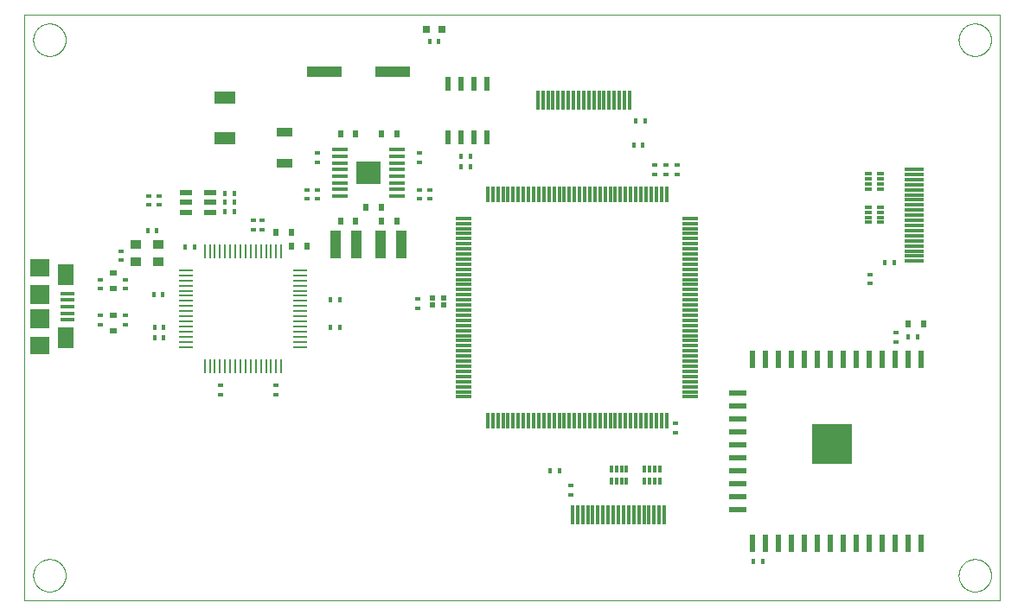
<source format=gtp>
G75*
%MOIN*%
%OFA0B0*%
%FSLAX25Y25*%
%IPPOS*%
%LPD*%
%AMOC8*
5,1,8,0,0,1.08239X$1,22.5*
%
%ADD10C,0.00000*%
%ADD11R,0.01181X0.07480*%
%ADD12R,0.01575X0.01969*%
%ADD13R,0.01181X0.02559*%
%ADD14R,0.05709X0.01063*%
%ADD15R,0.01063X0.05709*%
%ADD16R,0.05315X0.01575*%
%ADD17R,0.07480X0.07087*%
%ADD18R,0.07480X0.07480*%
%ADD19R,0.06299X0.08268*%
%ADD20R,0.03937X0.03543*%
%ADD21R,0.01969X0.01575*%
%ADD22R,0.05000X0.02200*%
%ADD23R,0.03150X0.01969*%
%ADD24R,0.01969X0.03150*%
%ADD25R,0.03150X0.03150*%
%ADD26R,0.06299X0.03346*%
%ADD27R,0.02362X0.01969*%
%ADD28R,0.13780X0.03937*%
%ADD29R,0.06299X0.01181*%
%ADD30R,0.01181X0.06299*%
%ADD31R,0.02165X0.05315*%
%ADD32R,0.08268X0.05000*%
%ADD33R,0.07480X0.01181*%
%ADD34R,0.02559X0.01181*%
%ADD35R,0.09685X0.09094*%
%ADD36R,0.03937X0.10630*%
%ADD37R,0.15748X0.15748*%
%ADD38R,0.02362X0.07087*%
%ADD39R,0.07087X0.02362*%
D10*
X0008730Y0046472D02*
X0008730Y0272457D01*
X0384715Y0272457D01*
X0384715Y0046472D01*
X0008730Y0046472D01*
X0012126Y0056118D02*
X0012128Y0056276D01*
X0012134Y0056433D01*
X0012144Y0056591D01*
X0012158Y0056748D01*
X0012176Y0056904D01*
X0012197Y0057061D01*
X0012223Y0057216D01*
X0012253Y0057371D01*
X0012286Y0057525D01*
X0012324Y0057678D01*
X0012365Y0057831D01*
X0012410Y0057982D01*
X0012459Y0058132D01*
X0012512Y0058280D01*
X0012568Y0058428D01*
X0012629Y0058573D01*
X0012692Y0058718D01*
X0012760Y0058860D01*
X0012831Y0059001D01*
X0012905Y0059140D01*
X0012983Y0059277D01*
X0013065Y0059412D01*
X0013149Y0059545D01*
X0013238Y0059676D01*
X0013329Y0059804D01*
X0013424Y0059931D01*
X0013521Y0060054D01*
X0013622Y0060176D01*
X0013726Y0060294D01*
X0013833Y0060410D01*
X0013943Y0060523D01*
X0014055Y0060634D01*
X0014171Y0060741D01*
X0014289Y0060846D01*
X0014409Y0060948D01*
X0014532Y0061046D01*
X0014658Y0061142D01*
X0014786Y0061234D01*
X0014916Y0061323D01*
X0015048Y0061409D01*
X0015183Y0061491D01*
X0015320Y0061570D01*
X0015458Y0061645D01*
X0015598Y0061717D01*
X0015741Y0061785D01*
X0015884Y0061850D01*
X0016030Y0061911D01*
X0016177Y0061968D01*
X0016325Y0062022D01*
X0016475Y0062072D01*
X0016625Y0062118D01*
X0016777Y0062160D01*
X0016930Y0062199D01*
X0017084Y0062233D01*
X0017239Y0062264D01*
X0017394Y0062290D01*
X0017550Y0062313D01*
X0017707Y0062332D01*
X0017864Y0062347D01*
X0018021Y0062358D01*
X0018179Y0062365D01*
X0018337Y0062368D01*
X0018494Y0062367D01*
X0018652Y0062362D01*
X0018809Y0062353D01*
X0018967Y0062340D01*
X0019123Y0062323D01*
X0019280Y0062302D01*
X0019435Y0062278D01*
X0019590Y0062249D01*
X0019745Y0062216D01*
X0019898Y0062180D01*
X0020051Y0062139D01*
X0020202Y0062095D01*
X0020352Y0062047D01*
X0020501Y0061996D01*
X0020649Y0061940D01*
X0020795Y0061881D01*
X0020940Y0061818D01*
X0021083Y0061751D01*
X0021224Y0061681D01*
X0021363Y0061608D01*
X0021501Y0061531D01*
X0021637Y0061450D01*
X0021770Y0061366D01*
X0021901Y0061279D01*
X0022030Y0061188D01*
X0022157Y0061094D01*
X0022282Y0060997D01*
X0022403Y0060897D01*
X0022523Y0060794D01*
X0022639Y0060688D01*
X0022753Y0060579D01*
X0022865Y0060467D01*
X0022973Y0060353D01*
X0023078Y0060235D01*
X0023181Y0060115D01*
X0023280Y0059993D01*
X0023376Y0059868D01*
X0023469Y0059740D01*
X0023559Y0059611D01*
X0023645Y0059479D01*
X0023729Y0059345D01*
X0023808Y0059209D01*
X0023885Y0059071D01*
X0023957Y0058931D01*
X0024026Y0058789D01*
X0024092Y0058646D01*
X0024154Y0058501D01*
X0024212Y0058354D01*
X0024267Y0058206D01*
X0024318Y0058057D01*
X0024365Y0057906D01*
X0024408Y0057755D01*
X0024447Y0057602D01*
X0024483Y0057448D01*
X0024514Y0057294D01*
X0024542Y0057139D01*
X0024566Y0056983D01*
X0024586Y0056826D01*
X0024602Y0056669D01*
X0024614Y0056512D01*
X0024622Y0056355D01*
X0024626Y0056197D01*
X0024626Y0056039D01*
X0024622Y0055881D01*
X0024614Y0055724D01*
X0024602Y0055567D01*
X0024586Y0055410D01*
X0024566Y0055253D01*
X0024542Y0055097D01*
X0024514Y0054942D01*
X0024483Y0054788D01*
X0024447Y0054634D01*
X0024408Y0054481D01*
X0024365Y0054330D01*
X0024318Y0054179D01*
X0024267Y0054030D01*
X0024212Y0053882D01*
X0024154Y0053735D01*
X0024092Y0053590D01*
X0024026Y0053447D01*
X0023957Y0053305D01*
X0023885Y0053165D01*
X0023808Y0053027D01*
X0023729Y0052891D01*
X0023645Y0052757D01*
X0023559Y0052625D01*
X0023469Y0052496D01*
X0023376Y0052368D01*
X0023280Y0052243D01*
X0023181Y0052121D01*
X0023078Y0052001D01*
X0022973Y0051883D01*
X0022865Y0051769D01*
X0022753Y0051657D01*
X0022639Y0051548D01*
X0022523Y0051442D01*
X0022403Y0051339D01*
X0022282Y0051239D01*
X0022157Y0051142D01*
X0022030Y0051048D01*
X0021901Y0050957D01*
X0021770Y0050870D01*
X0021637Y0050786D01*
X0021501Y0050705D01*
X0021363Y0050628D01*
X0021224Y0050555D01*
X0021083Y0050485D01*
X0020940Y0050418D01*
X0020795Y0050355D01*
X0020649Y0050296D01*
X0020501Y0050240D01*
X0020352Y0050189D01*
X0020202Y0050141D01*
X0020051Y0050097D01*
X0019898Y0050056D01*
X0019745Y0050020D01*
X0019590Y0049987D01*
X0019435Y0049958D01*
X0019280Y0049934D01*
X0019123Y0049913D01*
X0018967Y0049896D01*
X0018809Y0049883D01*
X0018652Y0049874D01*
X0018494Y0049869D01*
X0018337Y0049868D01*
X0018179Y0049871D01*
X0018021Y0049878D01*
X0017864Y0049889D01*
X0017707Y0049904D01*
X0017550Y0049923D01*
X0017394Y0049946D01*
X0017239Y0049972D01*
X0017084Y0050003D01*
X0016930Y0050037D01*
X0016777Y0050076D01*
X0016625Y0050118D01*
X0016475Y0050164D01*
X0016325Y0050214D01*
X0016177Y0050268D01*
X0016030Y0050325D01*
X0015884Y0050386D01*
X0015741Y0050451D01*
X0015598Y0050519D01*
X0015458Y0050591D01*
X0015320Y0050666D01*
X0015183Y0050745D01*
X0015048Y0050827D01*
X0014916Y0050913D01*
X0014786Y0051002D01*
X0014658Y0051094D01*
X0014532Y0051190D01*
X0014409Y0051288D01*
X0014289Y0051390D01*
X0014171Y0051495D01*
X0014055Y0051602D01*
X0013943Y0051713D01*
X0013833Y0051826D01*
X0013726Y0051942D01*
X0013622Y0052060D01*
X0013521Y0052182D01*
X0013424Y0052305D01*
X0013329Y0052432D01*
X0013238Y0052560D01*
X0013149Y0052691D01*
X0013065Y0052824D01*
X0012983Y0052959D01*
X0012905Y0053096D01*
X0012831Y0053235D01*
X0012760Y0053376D01*
X0012692Y0053518D01*
X0012629Y0053663D01*
X0012568Y0053808D01*
X0012512Y0053956D01*
X0012459Y0054104D01*
X0012410Y0054254D01*
X0012365Y0054405D01*
X0012324Y0054558D01*
X0012286Y0054711D01*
X0012253Y0054865D01*
X0012223Y0055020D01*
X0012197Y0055175D01*
X0012176Y0055332D01*
X0012158Y0055488D01*
X0012144Y0055645D01*
X0012134Y0055803D01*
X0012128Y0055960D01*
X0012126Y0056118D01*
X0012126Y0262811D02*
X0012128Y0262969D01*
X0012134Y0263126D01*
X0012144Y0263284D01*
X0012158Y0263441D01*
X0012176Y0263597D01*
X0012197Y0263754D01*
X0012223Y0263909D01*
X0012253Y0264064D01*
X0012286Y0264218D01*
X0012324Y0264371D01*
X0012365Y0264524D01*
X0012410Y0264675D01*
X0012459Y0264825D01*
X0012512Y0264973D01*
X0012568Y0265121D01*
X0012629Y0265266D01*
X0012692Y0265411D01*
X0012760Y0265553D01*
X0012831Y0265694D01*
X0012905Y0265833D01*
X0012983Y0265970D01*
X0013065Y0266105D01*
X0013149Y0266238D01*
X0013238Y0266369D01*
X0013329Y0266497D01*
X0013424Y0266624D01*
X0013521Y0266747D01*
X0013622Y0266869D01*
X0013726Y0266987D01*
X0013833Y0267103D01*
X0013943Y0267216D01*
X0014055Y0267327D01*
X0014171Y0267434D01*
X0014289Y0267539D01*
X0014409Y0267641D01*
X0014532Y0267739D01*
X0014658Y0267835D01*
X0014786Y0267927D01*
X0014916Y0268016D01*
X0015048Y0268102D01*
X0015183Y0268184D01*
X0015320Y0268263D01*
X0015458Y0268338D01*
X0015598Y0268410D01*
X0015741Y0268478D01*
X0015884Y0268543D01*
X0016030Y0268604D01*
X0016177Y0268661D01*
X0016325Y0268715D01*
X0016475Y0268765D01*
X0016625Y0268811D01*
X0016777Y0268853D01*
X0016930Y0268892D01*
X0017084Y0268926D01*
X0017239Y0268957D01*
X0017394Y0268983D01*
X0017550Y0269006D01*
X0017707Y0269025D01*
X0017864Y0269040D01*
X0018021Y0269051D01*
X0018179Y0269058D01*
X0018337Y0269061D01*
X0018494Y0269060D01*
X0018652Y0269055D01*
X0018809Y0269046D01*
X0018967Y0269033D01*
X0019123Y0269016D01*
X0019280Y0268995D01*
X0019435Y0268971D01*
X0019590Y0268942D01*
X0019745Y0268909D01*
X0019898Y0268873D01*
X0020051Y0268832D01*
X0020202Y0268788D01*
X0020352Y0268740D01*
X0020501Y0268689D01*
X0020649Y0268633D01*
X0020795Y0268574D01*
X0020940Y0268511D01*
X0021083Y0268444D01*
X0021224Y0268374D01*
X0021363Y0268301D01*
X0021501Y0268224D01*
X0021637Y0268143D01*
X0021770Y0268059D01*
X0021901Y0267972D01*
X0022030Y0267881D01*
X0022157Y0267787D01*
X0022282Y0267690D01*
X0022403Y0267590D01*
X0022523Y0267487D01*
X0022639Y0267381D01*
X0022753Y0267272D01*
X0022865Y0267160D01*
X0022973Y0267046D01*
X0023078Y0266928D01*
X0023181Y0266808D01*
X0023280Y0266686D01*
X0023376Y0266561D01*
X0023469Y0266433D01*
X0023559Y0266304D01*
X0023645Y0266172D01*
X0023729Y0266038D01*
X0023808Y0265902D01*
X0023885Y0265764D01*
X0023957Y0265624D01*
X0024026Y0265482D01*
X0024092Y0265339D01*
X0024154Y0265194D01*
X0024212Y0265047D01*
X0024267Y0264899D01*
X0024318Y0264750D01*
X0024365Y0264599D01*
X0024408Y0264448D01*
X0024447Y0264295D01*
X0024483Y0264141D01*
X0024514Y0263987D01*
X0024542Y0263832D01*
X0024566Y0263676D01*
X0024586Y0263519D01*
X0024602Y0263362D01*
X0024614Y0263205D01*
X0024622Y0263048D01*
X0024626Y0262890D01*
X0024626Y0262732D01*
X0024622Y0262574D01*
X0024614Y0262417D01*
X0024602Y0262260D01*
X0024586Y0262103D01*
X0024566Y0261946D01*
X0024542Y0261790D01*
X0024514Y0261635D01*
X0024483Y0261481D01*
X0024447Y0261327D01*
X0024408Y0261174D01*
X0024365Y0261023D01*
X0024318Y0260872D01*
X0024267Y0260723D01*
X0024212Y0260575D01*
X0024154Y0260428D01*
X0024092Y0260283D01*
X0024026Y0260140D01*
X0023957Y0259998D01*
X0023885Y0259858D01*
X0023808Y0259720D01*
X0023729Y0259584D01*
X0023645Y0259450D01*
X0023559Y0259318D01*
X0023469Y0259189D01*
X0023376Y0259061D01*
X0023280Y0258936D01*
X0023181Y0258814D01*
X0023078Y0258694D01*
X0022973Y0258576D01*
X0022865Y0258462D01*
X0022753Y0258350D01*
X0022639Y0258241D01*
X0022523Y0258135D01*
X0022403Y0258032D01*
X0022282Y0257932D01*
X0022157Y0257835D01*
X0022030Y0257741D01*
X0021901Y0257650D01*
X0021770Y0257563D01*
X0021637Y0257479D01*
X0021501Y0257398D01*
X0021363Y0257321D01*
X0021224Y0257248D01*
X0021083Y0257178D01*
X0020940Y0257111D01*
X0020795Y0257048D01*
X0020649Y0256989D01*
X0020501Y0256933D01*
X0020352Y0256882D01*
X0020202Y0256834D01*
X0020051Y0256790D01*
X0019898Y0256749D01*
X0019745Y0256713D01*
X0019590Y0256680D01*
X0019435Y0256651D01*
X0019280Y0256627D01*
X0019123Y0256606D01*
X0018967Y0256589D01*
X0018809Y0256576D01*
X0018652Y0256567D01*
X0018494Y0256562D01*
X0018337Y0256561D01*
X0018179Y0256564D01*
X0018021Y0256571D01*
X0017864Y0256582D01*
X0017707Y0256597D01*
X0017550Y0256616D01*
X0017394Y0256639D01*
X0017239Y0256665D01*
X0017084Y0256696D01*
X0016930Y0256730D01*
X0016777Y0256769D01*
X0016625Y0256811D01*
X0016475Y0256857D01*
X0016325Y0256907D01*
X0016177Y0256961D01*
X0016030Y0257018D01*
X0015884Y0257079D01*
X0015741Y0257144D01*
X0015598Y0257212D01*
X0015458Y0257284D01*
X0015320Y0257359D01*
X0015183Y0257438D01*
X0015048Y0257520D01*
X0014916Y0257606D01*
X0014786Y0257695D01*
X0014658Y0257787D01*
X0014532Y0257883D01*
X0014409Y0257981D01*
X0014289Y0258083D01*
X0014171Y0258188D01*
X0014055Y0258295D01*
X0013943Y0258406D01*
X0013833Y0258519D01*
X0013726Y0258635D01*
X0013622Y0258753D01*
X0013521Y0258875D01*
X0013424Y0258998D01*
X0013329Y0259125D01*
X0013238Y0259253D01*
X0013149Y0259384D01*
X0013065Y0259517D01*
X0012983Y0259652D01*
X0012905Y0259789D01*
X0012831Y0259928D01*
X0012760Y0260069D01*
X0012692Y0260211D01*
X0012629Y0260356D01*
X0012568Y0260501D01*
X0012512Y0260649D01*
X0012459Y0260797D01*
X0012410Y0260947D01*
X0012365Y0261098D01*
X0012324Y0261251D01*
X0012286Y0261404D01*
X0012253Y0261558D01*
X0012223Y0261713D01*
X0012197Y0261868D01*
X0012176Y0262025D01*
X0012158Y0262181D01*
X0012144Y0262338D01*
X0012134Y0262496D01*
X0012128Y0262653D01*
X0012126Y0262811D01*
X0368819Y0262811D02*
X0368821Y0262969D01*
X0368827Y0263126D01*
X0368837Y0263284D01*
X0368851Y0263441D01*
X0368869Y0263597D01*
X0368890Y0263754D01*
X0368916Y0263909D01*
X0368946Y0264064D01*
X0368979Y0264218D01*
X0369017Y0264371D01*
X0369058Y0264524D01*
X0369103Y0264675D01*
X0369152Y0264825D01*
X0369205Y0264973D01*
X0369261Y0265121D01*
X0369322Y0265266D01*
X0369385Y0265411D01*
X0369453Y0265553D01*
X0369524Y0265694D01*
X0369598Y0265833D01*
X0369676Y0265970D01*
X0369758Y0266105D01*
X0369842Y0266238D01*
X0369931Y0266369D01*
X0370022Y0266497D01*
X0370117Y0266624D01*
X0370214Y0266747D01*
X0370315Y0266869D01*
X0370419Y0266987D01*
X0370526Y0267103D01*
X0370636Y0267216D01*
X0370748Y0267327D01*
X0370864Y0267434D01*
X0370982Y0267539D01*
X0371102Y0267641D01*
X0371225Y0267739D01*
X0371351Y0267835D01*
X0371479Y0267927D01*
X0371609Y0268016D01*
X0371741Y0268102D01*
X0371876Y0268184D01*
X0372013Y0268263D01*
X0372151Y0268338D01*
X0372291Y0268410D01*
X0372434Y0268478D01*
X0372577Y0268543D01*
X0372723Y0268604D01*
X0372870Y0268661D01*
X0373018Y0268715D01*
X0373168Y0268765D01*
X0373318Y0268811D01*
X0373470Y0268853D01*
X0373623Y0268892D01*
X0373777Y0268926D01*
X0373932Y0268957D01*
X0374087Y0268983D01*
X0374243Y0269006D01*
X0374400Y0269025D01*
X0374557Y0269040D01*
X0374714Y0269051D01*
X0374872Y0269058D01*
X0375030Y0269061D01*
X0375187Y0269060D01*
X0375345Y0269055D01*
X0375502Y0269046D01*
X0375660Y0269033D01*
X0375816Y0269016D01*
X0375973Y0268995D01*
X0376128Y0268971D01*
X0376283Y0268942D01*
X0376438Y0268909D01*
X0376591Y0268873D01*
X0376744Y0268832D01*
X0376895Y0268788D01*
X0377045Y0268740D01*
X0377194Y0268689D01*
X0377342Y0268633D01*
X0377488Y0268574D01*
X0377633Y0268511D01*
X0377776Y0268444D01*
X0377917Y0268374D01*
X0378056Y0268301D01*
X0378194Y0268224D01*
X0378330Y0268143D01*
X0378463Y0268059D01*
X0378594Y0267972D01*
X0378723Y0267881D01*
X0378850Y0267787D01*
X0378975Y0267690D01*
X0379096Y0267590D01*
X0379216Y0267487D01*
X0379332Y0267381D01*
X0379446Y0267272D01*
X0379558Y0267160D01*
X0379666Y0267046D01*
X0379771Y0266928D01*
X0379874Y0266808D01*
X0379973Y0266686D01*
X0380069Y0266561D01*
X0380162Y0266433D01*
X0380252Y0266304D01*
X0380338Y0266172D01*
X0380422Y0266038D01*
X0380501Y0265902D01*
X0380578Y0265764D01*
X0380650Y0265624D01*
X0380719Y0265482D01*
X0380785Y0265339D01*
X0380847Y0265194D01*
X0380905Y0265047D01*
X0380960Y0264899D01*
X0381011Y0264750D01*
X0381058Y0264599D01*
X0381101Y0264448D01*
X0381140Y0264295D01*
X0381176Y0264141D01*
X0381207Y0263987D01*
X0381235Y0263832D01*
X0381259Y0263676D01*
X0381279Y0263519D01*
X0381295Y0263362D01*
X0381307Y0263205D01*
X0381315Y0263048D01*
X0381319Y0262890D01*
X0381319Y0262732D01*
X0381315Y0262574D01*
X0381307Y0262417D01*
X0381295Y0262260D01*
X0381279Y0262103D01*
X0381259Y0261946D01*
X0381235Y0261790D01*
X0381207Y0261635D01*
X0381176Y0261481D01*
X0381140Y0261327D01*
X0381101Y0261174D01*
X0381058Y0261023D01*
X0381011Y0260872D01*
X0380960Y0260723D01*
X0380905Y0260575D01*
X0380847Y0260428D01*
X0380785Y0260283D01*
X0380719Y0260140D01*
X0380650Y0259998D01*
X0380578Y0259858D01*
X0380501Y0259720D01*
X0380422Y0259584D01*
X0380338Y0259450D01*
X0380252Y0259318D01*
X0380162Y0259189D01*
X0380069Y0259061D01*
X0379973Y0258936D01*
X0379874Y0258814D01*
X0379771Y0258694D01*
X0379666Y0258576D01*
X0379558Y0258462D01*
X0379446Y0258350D01*
X0379332Y0258241D01*
X0379216Y0258135D01*
X0379096Y0258032D01*
X0378975Y0257932D01*
X0378850Y0257835D01*
X0378723Y0257741D01*
X0378594Y0257650D01*
X0378463Y0257563D01*
X0378330Y0257479D01*
X0378194Y0257398D01*
X0378056Y0257321D01*
X0377917Y0257248D01*
X0377776Y0257178D01*
X0377633Y0257111D01*
X0377488Y0257048D01*
X0377342Y0256989D01*
X0377194Y0256933D01*
X0377045Y0256882D01*
X0376895Y0256834D01*
X0376744Y0256790D01*
X0376591Y0256749D01*
X0376438Y0256713D01*
X0376283Y0256680D01*
X0376128Y0256651D01*
X0375973Y0256627D01*
X0375816Y0256606D01*
X0375660Y0256589D01*
X0375502Y0256576D01*
X0375345Y0256567D01*
X0375187Y0256562D01*
X0375030Y0256561D01*
X0374872Y0256564D01*
X0374714Y0256571D01*
X0374557Y0256582D01*
X0374400Y0256597D01*
X0374243Y0256616D01*
X0374087Y0256639D01*
X0373932Y0256665D01*
X0373777Y0256696D01*
X0373623Y0256730D01*
X0373470Y0256769D01*
X0373318Y0256811D01*
X0373168Y0256857D01*
X0373018Y0256907D01*
X0372870Y0256961D01*
X0372723Y0257018D01*
X0372577Y0257079D01*
X0372434Y0257144D01*
X0372291Y0257212D01*
X0372151Y0257284D01*
X0372013Y0257359D01*
X0371876Y0257438D01*
X0371741Y0257520D01*
X0371609Y0257606D01*
X0371479Y0257695D01*
X0371351Y0257787D01*
X0371225Y0257883D01*
X0371102Y0257981D01*
X0370982Y0258083D01*
X0370864Y0258188D01*
X0370748Y0258295D01*
X0370636Y0258406D01*
X0370526Y0258519D01*
X0370419Y0258635D01*
X0370315Y0258753D01*
X0370214Y0258875D01*
X0370117Y0258998D01*
X0370022Y0259125D01*
X0369931Y0259253D01*
X0369842Y0259384D01*
X0369758Y0259517D01*
X0369676Y0259652D01*
X0369598Y0259789D01*
X0369524Y0259928D01*
X0369453Y0260069D01*
X0369385Y0260211D01*
X0369322Y0260356D01*
X0369261Y0260501D01*
X0369205Y0260649D01*
X0369152Y0260797D01*
X0369103Y0260947D01*
X0369058Y0261098D01*
X0369017Y0261251D01*
X0368979Y0261404D01*
X0368946Y0261558D01*
X0368916Y0261713D01*
X0368890Y0261868D01*
X0368869Y0262025D01*
X0368851Y0262181D01*
X0368837Y0262338D01*
X0368827Y0262496D01*
X0368821Y0262653D01*
X0368819Y0262811D01*
X0368819Y0056118D02*
X0368821Y0056276D01*
X0368827Y0056433D01*
X0368837Y0056591D01*
X0368851Y0056748D01*
X0368869Y0056904D01*
X0368890Y0057061D01*
X0368916Y0057216D01*
X0368946Y0057371D01*
X0368979Y0057525D01*
X0369017Y0057678D01*
X0369058Y0057831D01*
X0369103Y0057982D01*
X0369152Y0058132D01*
X0369205Y0058280D01*
X0369261Y0058428D01*
X0369322Y0058573D01*
X0369385Y0058718D01*
X0369453Y0058860D01*
X0369524Y0059001D01*
X0369598Y0059140D01*
X0369676Y0059277D01*
X0369758Y0059412D01*
X0369842Y0059545D01*
X0369931Y0059676D01*
X0370022Y0059804D01*
X0370117Y0059931D01*
X0370214Y0060054D01*
X0370315Y0060176D01*
X0370419Y0060294D01*
X0370526Y0060410D01*
X0370636Y0060523D01*
X0370748Y0060634D01*
X0370864Y0060741D01*
X0370982Y0060846D01*
X0371102Y0060948D01*
X0371225Y0061046D01*
X0371351Y0061142D01*
X0371479Y0061234D01*
X0371609Y0061323D01*
X0371741Y0061409D01*
X0371876Y0061491D01*
X0372013Y0061570D01*
X0372151Y0061645D01*
X0372291Y0061717D01*
X0372434Y0061785D01*
X0372577Y0061850D01*
X0372723Y0061911D01*
X0372870Y0061968D01*
X0373018Y0062022D01*
X0373168Y0062072D01*
X0373318Y0062118D01*
X0373470Y0062160D01*
X0373623Y0062199D01*
X0373777Y0062233D01*
X0373932Y0062264D01*
X0374087Y0062290D01*
X0374243Y0062313D01*
X0374400Y0062332D01*
X0374557Y0062347D01*
X0374714Y0062358D01*
X0374872Y0062365D01*
X0375030Y0062368D01*
X0375187Y0062367D01*
X0375345Y0062362D01*
X0375502Y0062353D01*
X0375660Y0062340D01*
X0375816Y0062323D01*
X0375973Y0062302D01*
X0376128Y0062278D01*
X0376283Y0062249D01*
X0376438Y0062216D01*
X0376591Y0062180D01*
X0376744Y0062139D01*
X0376895Y0062095D01*
X0377045Y0062047D01*
X0377194Y0061996D01*
X0377342Y0061940D01*
X0377488Y0061881D01*
X0377633Y0061818D01*
X0377776Y0061751D01*
X0377917Y0061681D01*
X0378056Y0061608D01*
X0378194Y0061531D01*
X0378330Y0061450D01*
X0378463Y0061366D01*
X0378594Y0061279D01*
X0378723Y0061188D01*
X0378850Y0061094D01*
X0378975Y0060997D01*
X0379096Y0060897D01*
X0379216Y0060794D01*
X0379332Y0060688D01*
X0379446Y0060579D01*
X0379558Y0060467D01*
X0379666Y0060353D01*
X0379771Y0060235D01*
X0379874Y0060115D01*
X0379973Y0059993D01*
X0380069Y0059868D01*
X0380162Y0059740D01*
X0380252Y0059611D01*
X0380338Y0059479D01*
X0380422Y0059345D01*
X0380501Y0059209D01*
X0380578Y0059071D01*
X0380650Y0058931D01*
X0380719Y0058789D01*
X0380785Y0058646D01*
X0380847Y0058501D01*
X0380905Y0058354D01*
X0380960Y0058206D01*
X0381011Y0058057D01*
X0381058Y0057906D01*
X0381101Y0057755D01*
X0381140Y0057602D01*
X0381176Y0057448D01*
X0381207Y0057294D01*
X0381235Y0057139D01*
X0381259Y0056983D01*
X0381279Y0056826D01*
X0381295Y0056669D01*
X0381307Y0056512D01*
X0381315Y0056355D01*
X0381319Y0056197D01*
X0381319Y0056039D01*
X0381315Y0055881D01*
X0381307Y0055724D01*
X0381295Y0055567D01*
X0381279Y0055410D01*
X0381259Y0055253D01*
X0381235Y0055097D01*
X0381207Y0054942D01*
X0381176Y0054788D01*
X0381140Y0054634D01*
X0381101Y0054481D01*
X0381058Y0054330D01*
X0381011Y0054179D01*
X0380960Y0054030D01*
X0380905Y0053882D01*
X0380847Y0053735D01*
X0380785Y0053590D01*
X0380719Y0053447D01*
X0380650Y0053305D01*
X0380578Y0053165D01*
X0380501Y0053027D01*
X0380422Y0052891D01*
X0380338Y0052757D01*
X0380252Y0052625D01*
X0380162Y0052496D01*
X0380069Y0052368D01*
X0379973Y0052243D01*
X0379874Y0052121D01*
X0379771Y0052001D01*
X0379666Y0051883D01*
X0379558Y0051769D01*
X0379446Y0051657D01*
X0379332Y0051548D01*
X0379216Y0051442D01*
X0379096Y0051339D01*
X0378975Y0051239D01*
X0378850Y0051142D01*
X0378723Y0051048D01*
X0378594Y0050957D01*
X0378463Y0050870D01*
X0378330Y0050786D01*
X0378194Y0050705D01*
X0378056Y0050628D01*
X0377917Y0050555D01*
X0377776Y0050485D01*
X0377633Y0050418D01*
X0377488Y0050355D01*
X0377342Y0050296D01*
X0377194Y0050240D01*
X0377045Y0050189D01*
X0376895Y0050141D01*
X0376744Y0050097D01*
X0376591Y0050056D01*
X0376438Y0050020D01*
X0376283Y0049987D01*
X0376128Y0049958D01*
X0375973Y0049934D01*
X0375816Y0049913D01*
X0375660Y0049896D01*
X0375502Y0049883D01*
X0375345Y0049874D01*
X0375187Y0049869D01*
X0375030Y0049868D01*
X0374872Y0049871D01*
X0374714Y0049878D01*
X0374557Y0049889D01*
X0374400Y0049904D01*
X0374243Y0049923D01*
X0374087Y0049946D01*
X0373932Y0049972D01*
X0373777Y0050003D01*
X0373623Y0050037D01*
X0373470Y0050076D01*
X0373318Y0050118D01*
X0373168Y0050164D01*
X0373018Y0050214D01*
X0372870Y0050268D01*
X0372723Y0050325D01*
X0372577Y0050386D01*
X0372434Y0050451D01*
X0372291Y0050519D01*
X0372151Y0050591D01*
X0372013Y0050666D01*
X0371876Y0050745D01*
X0371741Y0050827D01*
X0371609Y0050913D01*
X0371479Y0051002D01*
X0371351Y0051094D01*
X0371225Y0051190D01*
X0371102Y0051288D01*
X0370982Y0051390D01*
X0370864Y0051495D01*
X0370748Y0051602D01*
X0370636Y0051713D01*
X0370526Y0051826D01*
X0370419Y0051942D01*
X0370315Y0052060D01*
X0370214Y0052182D01*
X0370117Y0052305D01*
X0370022Y0052432D01*
X0369931Y0052560D01*
X0369842Y0052691D01*
X0369758Y0052824D01*
X0369676Y0052959D01*
X0369598Y0053096D01*
X0369524Y0053235D01*
X0369453Y0053376D01*
X0369385Y0053518D01*
X0369322Y0053663D01*
X0369261Y0053808D01*
X0369205Y0053956D01*
X0369152Y0054104D01*
X0369103Y0054254D01*
X0369058Y0054405D01*
X0369017Y0054558D01*
X0368979Y0054711D01*
X0368946Y0054865D01*
X0368916Y0055020D01*
X0368890Y0055175D01*
X0368869Y0055332D01*
X0368851Y0055488D01*
X0368837Y0055645D01*
X0368827Y0055803D01*
X0368821Y0055960D01*
X0368819Y0056118D01*
D11*
X0255384Y0079543D03*
X0253415Y0079543D03*
X0251447Y0079543D03*
X0249478Y0079543D03*
X0247510Y0079543D03*
X0245541Y0079543D03*
X0243573Y0079543D03*
X0241604Y0079543D03*
X0239636Y0079543D03*
X0237667Y0079543D03*
X0235699Y0079543D03*
X0233730Y0079543D03*
X0231762Y0079543D03*
X0229793Y0079543D03*
X0227825Y0079543D03*
X0225856Y0079543D03*
X0223888Y0079543D03*
X0221919Y0079543D03*
X0219951Y0079543D03*
X0220344Y0239386D03*
X0218376Y0239386D03*
X0216407Y0239386D03*
X0214439Y0239386D03*
X0212470Y0239386D03*
X0210502Y0239386D03*
X0208533Y0239386D03*
X0206565Y0239386D03*
X0222313Y0239386D03*
X0224281Y0239386D03*
X0226250Y0239386D03*
X0228219Y0239386D03*
X0230187Y0239386D03*
X0232156Y0239386D03*
X0234124Y0239386D03*
X0236093Y0239386D03*
X0238061Y0239386D03*
X0240030Y0239386D03*
X0241998Y0239386D03*
D12*
X0244360Y0231512D03*
X0247904Y0231512D03*
X0247116Y0222063D03*
X0243573Y0222063D03*
X0180581Y0217732D03*
X0177037Y0217732D03*
X0177037Y0213795D03*
X0180581Y0213795D03*
X0168376Y0262220D03*
X0164833Y0262220D03*
X0089636Y0203559D03*
X0089636Y0200016D03*
X0086093Y0200016D03*
X0086093Y0203559D03*
X0086093Y0196472D03*
X0089636Y0196472D03*
X0074281Y0182693D03*
X0070738Y0182693D03*
X0059715Y0188992D03*
X0056171Y0188992D03*
X0058533Y0164583D03*
X0062077Y0164583D03*
X0062470Y0151984D03*
X0058927Y0151984D03*
X0058927Y0147654D03*
X0062470Y0147654D03*
X0126644Y0151984D03*
X0130187Y0151984D03*
X0130187Y0162614D03*
X0126644Y0162614D03*
X0211289Y0096472D03*
X0214833Y0096472D03*
X0289636Y0061433D03*
X0293179Y0061433D03*
X0349478Y0148047D03*
X0353022Y0148047D03*
X0343967Y0176787D03*
X0340423Y0176787D03*
D13*
X0253612Y0097161D03*
X0251644Y0097161D03*
X0249675Y0097161D03*
X0247707Y0097161D03*
X0247707Y0092634D03*
X0249675Y0092634D03*
X0251644Y0092634D03*
X0253612Y0092634D03*
X0240817Y0092634D03*
X0238848Y0092634D03*
X0236880Y0092634D03*
X0234911Y0092634D03*
X0234911Y0097161D03*
X0236880Y0097161D03*
X0238848Y0097161D03*
X0240817Y0097161D03*
D14*
X0115128Y0144307D03*
X0115128Y0146276D03*
X0115128Y0148244D03*
X0115128Y0150213D03*
X0115128Y0152181D03*
X0115128Y0154150D03*
X0115128Y0156118D03*
X0115128Y0158087D03*
X0115128Y0160055D03*
X0115128Y0162024D03*
X0115128Y0163992D03*
X0115128Y0165961D03*
X0115128Y0167929D03*
X0115128Y0169898D03*
X0115128Y0171866D03*
X0115128Y0173835D03*
X0070837Y0173835D03*
X0070837Y0171866D03*
X0070837Y0169898D03*
X0070837Y0167929D03*
X0070837Y0165961D03*
X0070837Y0163992D03*
X0070837Y0162024D03*
X0070837Y0160055D03*
X0070837Y0158087D03*
X0070837Y0156118D03*
X0070837Y0154150D03*
X0070837Y0152181D03*
X0070837Y0150213D03*
X0070837Y0148244D03*
X0070837Y0146276D03*
X0070837Y0144307D03*
D15*
X0078219Y0136925D03*
X0080187Y0136925D03*
X0082156Y0136925D03*
X0084124Y0136925D03*
X0086093Y0136925D03*
X0088061Y0136925D03*
X0090030Y0136925D03*
X0091998Y0136925D03*
X0093967Y0136925D03*
X0095935Y0136925D03*
X0097904Y0136925D03*
X0099872Y0136925D03*
X0101841Y0136925D03*
X0103809Y0136925D03*
X0105778Y0136925D03*
X0107746Y0136925D03*
X0107746Y0181217D03*
X0105778Y0181217D03*
X0103809Y0181217D03*
X0101841Y0181217D03*
X0099872Y0181217D03*
X0097904Y0181217D03*
X0095935Y0181217D03*
X0093967Y0181217D03*
X0091998Y0181217D03*
X0090030Y0181217D03*
X0088061Y0181217D03*
X0086093Y0181217D03*
X0084124Y0181217D03*
X0082156Y0181217D03*
X0080187Y0181217D03*
X0078219Y0181217D03*
D16*
X0025167Y0164976D03*
X0025167Y0162417D03*
X0025167Y0159858D03*
X0025167Y0157299D03*
X0025167Y0154740D03*
D17*
X0014636Y0144898D03*
X0014636Y0174819D03*
D18*
X0014636Y0164583D03*
X0014636Y0155134D03*
D19*
X0024675Y0147654D03*
X0024675Y0172063D03*
D20*
X0051644Y0177181D03*
X0060305Y0177181D03*
X0060305Y0183874D03*
X0051644Y0183874D03*
D21*
X0046132Y0181315D03*
X0046132Y0177772D03*
X0047707Y0170291D03*
X0047707Y0166748D03*
X0037864Y0166748D03*
X0037864Y0170291D03*
X0037864Y0156512D03*
X0037864Y0152969D03*
X0047707Y0152969D03*
X0047707Y0156512D03*
X0084321Y0129346D03*
X0084321Y0125803D03*
X0105581Y0125803D03*
X0105581Y0129346D03*
X0160305Y0159268D03*
X0160305Y0162811D03*
X0161093Y0201394D03*
X0161093Y0204937D03*
X0165030Y0204937D03*
X0165030Y0201394D03*
X0161093Y0215567D03*
X0161093Y0219110D03*
X0121722Y0219110D03*
X0121722Y0215567D03*
X0121722Y0204937D03*
X0121722Y0201394D03*
X0117785Y0201394D03*
X0117785Y0204937D03*
X0100463Y0193126D03*
X0100463Y0189583D03*
X0096919Y0189583D03*
X0096919Y0193126D03*
X0060699Y0199031D03*
X0060699Y0202575D03*
X0056762Y0202575D03*
X0056762Y0199031D03*
X0219360Y0090764D03*
X0219360Y0087220D03*
X0259518Y0111236D03*
X0259518Y0114780D03*
X0334715Y0168717D03*
X0334715Y0172260D03*
X0344557Y0149819D03*
X0344557Y0146276D03*
X0260305Y0210843D03*
X0255974Y0210843D03*
X0251644Y0210843D03*
X0251644Y0214386D03*
X0255974Y0214386D03*
X0260305Y0214386D03*
D22*
X0080459Y0203716D03*
X0080459Y0200016D03*
X0080459Y0196316D03*
X0070859Y0196316D03*
X0070859Y0200016D03*
X0070859Y0203716D03*
D23*
X0042982Y0172654D03*
X0042982Y0166748D03*
X0042982Y0156512D03*
X0042982Y0150606D03*
D24*
X0105778Y0188598D03*
X0111683Y0188598D03*
X0111683Y0183087D03*
X0117589Y0183087D03*
X0130581Y0192929D03*
X0136486Y0192929D03*
X0140423Y0198047D03*
X0146329Y0198047D03*
X0146329Y0192929D03*
X0152234Y0192929D03*
X0152234Y0226394D03*
X0146329Y0226394D03*
X0136486Y0226394D03*
X0130581Y0226394D03*
X0349478Y0153165D03*
X0355384Y0153165D03*
D25*
X0169557Y0266945D03*
X0163652Y0266945D03*
D26*
X0109124Y0227280D03*
X0109124Y0215272D03*
D27*
X0166014Y0163205D03*
X0166014Y0160449D03*
X0170344Y0160449D03*
X0170344Y0163205D03*
D28*
X0150659Y0250409D03*
X0124281Y0250409D03*
D29*
X0130384Y0220390D03*
X0130384Y0217831D03*
X0130384Y0215272D03*
X0130384Y0212713D03*
X0130384Y0210154D03*
X0130384Y0207594D03*
X0130384Y0205035D03*
X0130384Y0202476D03*
X0152431Y0202476D03*
X0152431Y0205035D03*
X0152431Y0207594D03*
X0152431Y0210154D03*
X0152431Y0212713D03*
X0152431Y0215272D03*
X0152431Y0217831D03*
X0152431Y0220390D03*
X0178022Y0193913D03*
X0178022Y0191945D03*
X0178022Y0189976D03*
X0178022Y0188008D03*
X0178022Y0186039D03*
X0178022Y0184071D03*
X0178022Y0182102D03*
X0178022Y0180134D03*
X0178022Y0178165D03*
X0178022Y0176197D03*
X0178022Y0174228D03*
X0178022Y0172260D03*
X0178022Y0170291D03*
X0178022Y0168323D03*
X0178022Y0166354D03*
X0178022Y0164386D03*
X0178022Y0162417D03*
X0178022Y0160449D03*
X0178022Y0158480D03*
X0178022Y0156512D03*
X0178022Y0154543D03*
X0178022Y0152575D03*
X0178022Y0150606D03*
X0178022Y0148638D03*
X0178022Y0146669D03*
X0178022Y0144701D03*
X0178022Y0142732D03*
X0178022Y0140764D03*
X0178022Y0138795D03*
X0178022Y0136827D03*
X0178022Y0134858D03*
X0178022Y0132890D03*
X0178022Y0130921D03*
X0178022Y0128953D03*
X0178022Y0126984D03*
X0178022Y0125016D03*
X0265423Y0125016D03*
X0265423Y0126984D03*
X0265423Y0128953D03*
X0265423Y0130921D03*
X0265423Y0132890D03*
X0265423Y0134858D03*
X0265423Y0136827D03*
X0265423Y0138795D03*
X0265423Y0140764D03*
X0265423Y0142732D03*
X0265423Y0144701D03*
X0265423Y0146669D03*
X0265423Y0148638D03*
X0265423Y0150606D03*
X0265423Y0152575D03*
X0265423Y0154543D03*
X0265423Y0156512D03*
X0265423Y0158480D03*
X0265423Y0160449D03*
X0265423Y0162417D03*
X0265423Y0164386D03*
X0265423Y0166354D03*
X0265423Y0168323D03*
X0265423Y0170291D03*
X0265423Y0172260D03*
X0265423Y0174228D03*
X0265423Y0176197D03*
X0265423Y0178165D03*
X0265423Y0180134D03*
X0265423Y0182102D03*
X0265423Y0184071D03*
X0265423Y0186039D03*
X0265423Y0188008D03*
X0265423Y0189976D03*
X0265423Y0191945D03*
X0265423Y0193913D03*
D30*
X0256171Y0203165D03*
X0254203Y0203165D03*
X0252234Y0203165D03*
X0250266Y0203165D03*
X0248297Y0203165D03*
X0246329Y0203165D03*
X0244360Y0203165D03*
X0242392Y0203165D03*
X0240423Y0203165D03*
X0238455Y0203165D03*
X0236486Y0203165D03*
X0234518Y0203165D03*
X0232549Y0203165D03*
X0230581Y0203165D03*
X0228612Y0203165D03*
X0226644Y0203165D03*
X0224675Y0203165D03*
X0222707Y0203165D03*
X0220738Y0203165D03*
X0218770Y0203165D03*
X0216801Y0203165D03*
X0214833Y0203165D03*
X0212864Y0203165D03*
X0210896Y0203165D03*
X0208927Y0203165D03*
X0206959Y0203165D03*
X0204990Y0203165D03*
X0203022Y0203165D03*
X0201053Y0203165D03*
X0199085Y0203165D03*
X0197116Y0203165D03*
X0195148Y0203165D03*
X0193179Y0203165D03*
X0191211Y0203165D03*
X0189242Y0203165D03*
X0187274Y0203165D03*
X0187274Y0115764D03*
X0189242Y0115764D03*
X0191211Y0115764D03*
X0193179Y0115764D03*
X0195148Y0115764D03*
X0197116Y0115764D03*
X0199085Y0115764D03*
X0201053Y0115764D03*
X0203022Y0115764D03*
X0204990Y0115764D03*
X0206959Y0115764D03*
X0208927Y0115764D03*
X0210896Y0115764D03*
X0212864Y0115764D03*
X0214833Y0115764D03*
X0216801Y0115764D03*
X0218770Y0115764D03*
X0220738Y0115764D03*
X0222707Y0115764D03*
X0224675Y0115764D03*
X0226644Y0115764D03*
X0228612Y0115764D03*
X0230581Y0115764D03*
X0232549Y0115764D03*
X0234518Y0115764D03*
X0236486Y0115764D03*
X0238455Y0115764D03*
X0240423Y0115764D03*
X0242392Y0115764D03*
X0244360Y0115764D03*
X0246329Y0115764D03*
X0248297Y0115764D03*
X0250266Y0115764D03*
X0252234Y0115764D03*
X0254203Y0115764D03*
X0256171Y0115764D03*
D31*
X0187096Y0225213D03*
X0182096Y0225213D03*
X0177096Y0225213D03*
X0172096Y0225213D03*
X0172096Y0245685D03*
X0177096Y0245685D03*
X0182096Y0245685D03*
X0187096Y0245685D03*
D32*
X0085896Y0240488D03*
X0085896Y0224898D03*
D33*
X0351644Y0212811D03*
X0351644Y0210843D03*
X0351644Y0208874D03*
X0351644Y0206906D03*
X0351644Y0204937D03*
X0351644Y0202969D03*
X0351644Y0201000D03*
X0351644Y0199031D03*
X0351644Y0197063D03*
X0351644Y0195094D03*
X0351644Y0193126D03*
X0351644Y0191157D03*
X0351644Y0189189D03*
X0351644Y0187220D03*
X0351644Y0185252D03*
X0351644Y0183283D03*
X0351644Y0181315D03*
X0351644Y0179346D03*
X0351644Y0177378D03*
D34*
X0338553Y0192339D03*
X0338553Y0194307D03*
X0338553Y0196276D03*
X0338553Y0198244D03*
X0334026Y0198244D03*
X0334026Y0196276D03*
X0334026Y0194307D03*
X0334026Y0192339D03*
X0334026Y0205134D03*
X0334026Y0207102D03*
X0334026Y0209071D03*
X0334026Y0211039D03*
X0338553Y0211039D03*
X0338553Y0209071D03*
X0338553Y0207102D03*
X0338553Y0205134D03*
D35*
X0141407Y0211433D03*
D36*
X0136683Y0183874D03*
X0128809Y0183874D03*
X0146132Y0183874D03*
X0154006Y0183874D03*
D37*
X0320148Y0106709D03*
D38*
X0319400Y0139386D03*
X0324400Y0139386D03*
X0329400Y0139386D03*
X0334400Y0139386D03*
X0339400Y0139386D03*
X0344400Y0139386D03*
X0349400Y0139386D03*
X0354400Y0139386D03*
X0314400Y0139386D03*
X0309400Y0139386D03*
X0304400Y0139386D03*
X0299400Y0139386D03*
X0294400Y0139386D03*
X0289400Y0139386D03*
X0289400Y0068520D03*
X0294400Y0068520D03*
X0299400Y0068520D03*
X0304400Y0068520D03*
X0309400Y0068520D03*
X0314400Y0068520D03*
X0319400Y0068520D03*
X0324400Y0068520D03*
X0329400Y0068520D03*
X0334400Y0068520D03*
X0339400Y0068520D03*
X0344400Y0068520D03*
X0349400Y0068520D03*
X0354400Y0068520D03*
D39*
X0283533Y0081453D03*
X0283533Y0086453D03*
X0283533Y0091453D03*
X0283533Y0096453D03*
X0283533Y0101453D03*
X0283533Y0106453D03*
X0283533Y0111453D03*
X0283533Y0116453D03*
X0283533Y0121453D03*
X0283533Y0126453D03*
M02*

</source>
